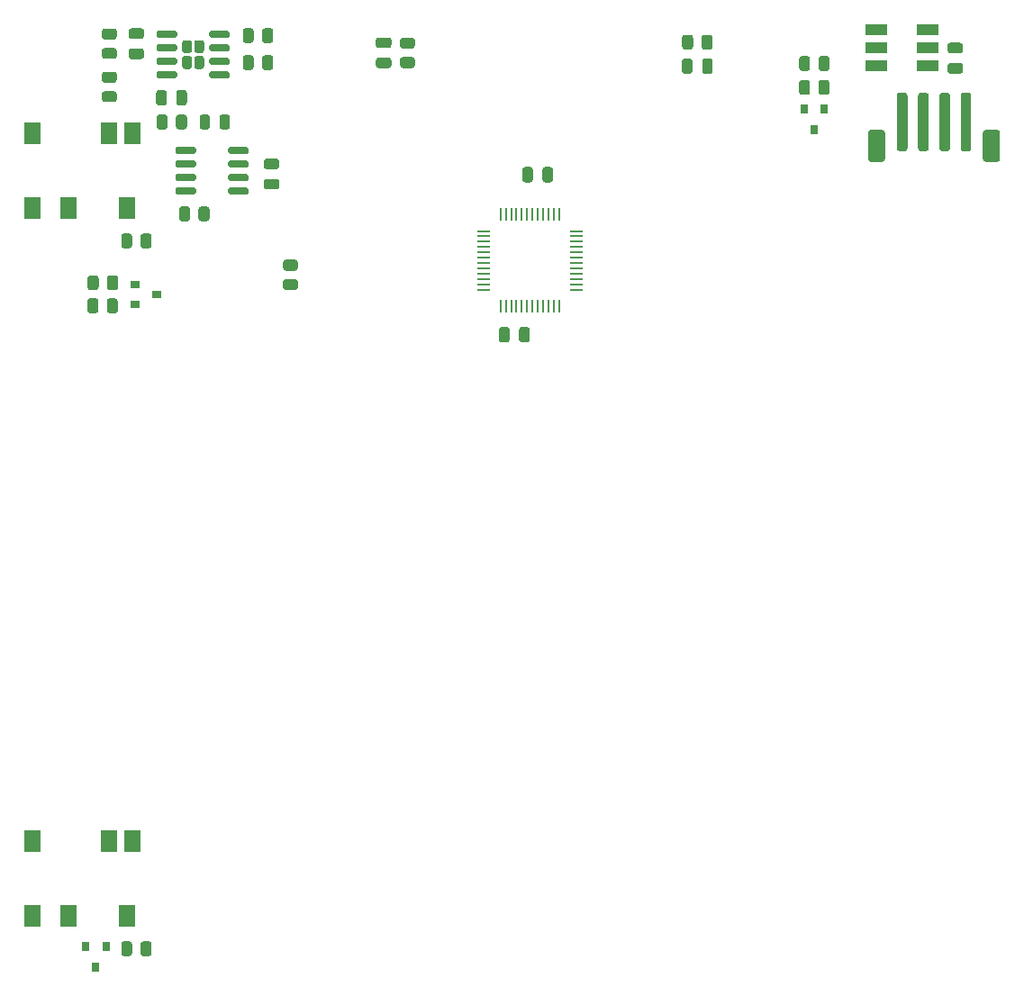
<source format=gbr>
%TF.GenerationSoftware,KiCad,Pcbnew,(5.1.9)-1*%
%TF.CreationDate,2021-05-23T18:55:03+01:00*%
%TF.ProjectId,ControlBoard,436f6e74-726f-46c4-926f-6172642e6b69,rev?*%
%TF.SameCoordinates,Original*%
%TF.FileFunction,Paste,Top*%
%TF.FilePolarity,Positive*%
%FSLAX46Y46*%
G04 Gerber Fmt 4.6, Leading zero omitted, Abs format (unit mm)*
G04 Created by KiCad (PCBNEW (5.1.9)-1) date 2021-05-23 18:55:03*
%MOMM*%
%LPD*%
G01*
G04 APERTURE LIST*
%ADD10R,0.250000X1.300000*%
%ADD11R,1.300000X0.250000*%
%ADD12R,2.000000X1.100000*%
%ADD13R,1.500000X2.000000*%
%ADD14R,0.800000X0.900000*%
%ADD15R,0.900000X0.800000*%
G04 APERTURE END LIST*
%TO.C,C5*%
G36*
G01*
X110475000Y-25550000D02*
X109525000Y-25550000D01*
G75*
G02*
X109275000Y-25300000I0J250000D01*
G01*
X109275000Y-24800000D01*
G75*
G02*
X109525000Y-24550000I250000J0D01*
G01*
X110475000Y-24550000D01*
G75*
G02*
X110725000Y-24800000I0J-250000D01*
G01*
X110725000Y-25300000D01*
G75*
G02*
X110475000Y-25550000I-250000J0D01*
G01*
G37*
G36*
G01*
X110475000Y-27450000D02*
X109525000Y-27450000D01*
G75*
G02*
X109275000Y-27200000I0J250000D01*
G01*
X109275000Y-26700000D01*
G75*
G02*
X109525000Y-26450000I250000J0D01*
G01*
X110475000Y-26450000D01*
G75*
G02*
X110725000Y-26700000I0J-250000D01*
G01*
X110725000Y-27200000D01*
G75*
G02*
X110475000Y-27450000I-250000J0D01*
G01*
G37*
%TD*%
%TO.C,J4*%
G36*
G01*
X103400000Y-33000000D02*
X103400000Y-35500000D01*
G75*
G02*
X103150000Y-35750000I-250000J0D01*
G01*
X102050000Y-35750000D01*
G75*
G02*
X101800000Y-35500000I0J250000D01*
G01*
X101800000Y-33000000D01*
G75*
G02*
X102050000Y-32750000I250000J0D01*
G01*
X103150000Y-32750000D01*
G75*
G02*
X103400000Y-33000000I0J-250000D01*
G01*
G37*
G36*
G01*
X114200000Y-33000000D02*
X114200000Y-35500000D01*
G75*
G02*
X113950000Y-35750000I-250000J0D01*
G01*
X112850000Y-35750000D01*
G75*
G02*
X112600000Y-35500000I0J250000D01*
G01*
X112600000Y-33000000D01*
G75*
G02*
X112850000Y-32750000I250000J0D01*
G01*
X113950000Y-32750000D01*
G75*
G02*
X114200000Y-33000000I0J-250000D01*
G01*
G37*
G36*
G01*
X105500000Y-29500000D02*
X105500000Y-34500000D01*
G75*
G02*
X105250000Y-34750000I-250000J0D01*
G01*
X104750000Y-34750000D01*
G75*
G02*
X104500000Y-34500000I0J250000D01*
G01*
X104500000Y-29500000D01*
G75*
G02*
X104750000Y-29250000I250000J0D01*
G01*
X105250000Y-29250000D01*
G75*
G02*
X105500000Y-29500000I0J-250000D01*
G01*
G37*
G36*
G01*
X107500000Y-29500000D02*
X107500000Y-34500000D01*
G75*
G02*
X107250000Y-34750000I-250000J0D01*
G01*
X106750000Y-34750000D01*
G75*
G02*
X106500000Y-34500000I0J250000D01*
G01*
X106500000Y-29500000D01*
G75*
G02*
X106750000Y-29250000I250000J0D01*
G01*
X107250000Y-29250000D01*
G75*
G02*
X107500000Y-29500000I0J-250000D01*
G01*
G37*
G36*
G01*
X109500000Y-29500000D02*
X109500000Y-34500000D01*
G75*
G02*
X109250000Y-34750000I-250000J0D01*
G01*
X108750000Y-34750000D01*
G75*
G02*
X108500000Y-34500000I0J250000D01*
G01*
X108500000Y-29500000D01*
G75*
G02*
X108750000Y-29250000I250000J0D01*
G01*
X109250000Y-29250000D01*
G75*
G02*
X109500000Y-29500000I0J-250000D01*
G01*
G37*
G36*
G01*
X111500000Y-29500000D02*
X111500000Y-34500000D01*
G75*
G02*
X111250000Y-34750000I-250000J0D01*
G01*
X110750000Y-34750000D01*
G75*
G02*
X110500000Y-34500000I0J250000D01*
G01*
X110500000Y-29500000D01*
G75*
G02*
X110750000Y-29250000I250000J0D01*
G01*
X111250000Y-29250000D01*
G75*
G02*
X111500000Y-29500000I0J-250000D01*
G01*
G37*
%TD*%
D10*
%TO.C,U2*%
X72750000Y-40650000D03*
X72250000Y-40650000D03*
X71750000Y-40650000D03*
X71250000Y-40650000D03*
X70750000Y-40650000D03*
X70250000Y-40650000D03*
X69750000Y-40650000D03*
X69250000Y-40650000D03*
X68750000Y-40650000D03*
X68250000Y-40650000D03*
X67750000Y-40650000D03*
X67250000Y-40650000D03*
D11*
X65650000Y-42250000D03*
X65650000Y-42750000D03*
X65650000Y-43250000D03*
X65650000Y-43750000D03*
X65650000Y-44250000D03*
X65650000Y-44750000D03*
X65650000Y-45250000D03*
X65650000Y-45750000D03*
X65650000Y-46250000D03*
X65650000Y-46750000D03*
X65650000Y-47250000D03*
X65650000Y-47750000D03*
D10*
X67250000Y-49350000D03*
X67750000Y-49350000D03*
X68250000Y-49350000D03*
X68750000Y-49350000D03*
X69250000Y-49350000D03*
X69750000Y-49350000D03*
X70250000Y-49350000D03*
X70750000Y-49350000D03*
X71250000Y-49350000D03*
X71750000Y-49350000D03*
X72250000Y-49350000D03*
X72750000Y-49350000D03*
D11*
X74350000Y-47750000D03*
X74350000Y-47250000D03*
X74350000Y-46750000D03*
X74350000Y-46250000D03*
X74350000Y-45750000D03*
X74350000Y-45250000D03*
X74350000Y-44750000D03*
X74350000Y-44250000D03*
X74350000Y-43750000D03*
X74350000Y-43250000D03*
X74350000Y-42750000D03*
X74350000Y-42250000D03*
%TD*%
D12*
%TO.C,D1*%
X107400000Y-23300000D03*
X107400000Y-25000000D03*
X107400000Y-26700000D03*
X102600000Y-26700000D03*
X102600000Y-25000000D03*
X102600000Y-23300000D03*
%TD*%
%TO.C,C3*%
G36*
G01*
X67100000Y-52475000D02*
X67100000Y-51525000D01*
G75*
G02*
X67350000Y-51275000I250000J0D01*
G01*
X67850000Y-51275000D01*
G75*
G02*
X68100000Y-51525000I0J-250000D01*
G01*
X68100000Y-52475000D01*
G75*
G02*
X67850000Y-52725000I-250000J0D01*
G01*
X67350000Y-52725000D01*
G75*
G02*
X67100000Y-52475000I0J250000D01*
G01*
G37*
G36*
G01*
X69000000Y-52475000D02*
X69000000Y-51525000D01*
G75*
G02*
X69250000Y-51275000I250000J0D01*
G01*
X69750000Y-51275000D01*
G75*
G02*
X70000000Y-51525000I0J-250000D01*
G01*
X70000000Y-52475000D01*
G75*
G02*
X69750000Y-52725000I-250000J0D01*
G01*
X69250000Y-52725000D01*
G75*
G02*
X69000000Y-52475000I0J250000D01*
G01*
G37*
%TD*%
%TO.C,C4*%
G36*
G01*
X71189000Y-37432000D02*
X71189000Y-36482000D01*
G75*
G02*
X71439000Y-36232000I250000J0D01*
G01*
X71939000Y-36232000D01*
G75*
G02*
X72189000Y-36482000I0J-250000D01*
G01*
X72189000Y-37432000D01*
G75*
G02*
X71939000Y-37682000I-250000J0D01*
G01*
X71439000Y-37682000D01*
G75*
G02*
X71189000Y-37432000I0J250000D01*
G01*
G37*
G36*
G01*
X69289000Y-37432000D02*
X69289000Y-36482000D01*
G75*
G02*
X69539000Y-36232000I250000J0D01*
G01*
X70039000Y-36232000D01*
G75*
G02*
X70289000Y-36482000I0J-250000D01*
G01*
X70289000Y-37432000D01*
G75*
G02*
X70039000Y-37682000I-250000J0D01*
G01*
X69539000Y-37682000D01*
G75*
G02*
X69289000Y-37432000I0J250000D01*
G01*
G37*
%TD*%
%TO.C,C1*%
G36*
G01*
X45245000Y-37346000D02*
X46195000Y-37346000D01*
G75*
G02*
X46445000Y-37596000I0J-250000D01*
G01*
X46445000Y-38096000D01*
G75*
G02*
X46195000Y-38346000I-250000J0D01*
G01*
X45245000Y-38346000D01*
G75*
G02*
X44995000Y-38096000I0J250000D01*
G01*
X44995000Y-37596000D01*
G75*
G02*
X45245000Y-37346000I250000J0D01*
G01*
G37*
G36*
G01*
X45245000Y-35446000D02*
X46195000Y-35446000D01*
G75*
G02*
X46445000Y-35696000I0J-250000D01*
G01*
X46445000Y-36196000D01*
G75*
G02*
X46195000Y-36446000I-250000J0D01*
G01*
X45245000Y-36446000D01*
G75*
G02*
X44995000Y-36196000I0J250000D01*
G01*
X44995000Y-35696000D01*
G75*
G02*
X45245000Y-35446000I250000J0D01*
G01*
G37*
%TD*%
%TO.C,C6*%
G36*
G01*
X55786000Y-24050000D02*
X56736000Y-24050000D01*
G75*
G02*
X56986000Y-24300000I0J-250000D01*
G01*
X56986000Y-24800000D01*
G75*
G02*
X56736000Y-25050000I-250000J0D01*
G01*
X55786000Y-25050000D01*
G75*
G02*
X55536000Y-24800000I0J250000D01*
G01*
X55536000Y-24300000D01*
G75*
G02*
X55786000Y-24050000I250000J0D01*
G01*
G37*
G36*
G01*
X55786000Y-25950000D02*
X56736000Y-25950000D01*
G75*
G02*
X56986000Y-26200000I0J-250000D01*
G01*
X56986000Y-26700000D01*
G75*
G02*
X56736000Y-26950000I-250000J0D01*
G01*
X55786000Y-26950000D01*
G75*
G02*
X55536000Y-26700000I0J250000D01*
G01*
X55536000Y-26200000D01*
G75*
G02*
X55786000Y-25950000I250000J0D01*
G01*
G37*
%TD*%
%TO.C,R1*%
G36*
G01*
X33420000Y-110178001D02*
X33420000Y-109277999D01*
G75*
G02*
X33669999Y-109028000I249999J0D01*
G01*
X34195001Y-109028000D01*
G75*
G02*
X34445000Y-109277999I0J-249999D01*
G01*
X34445000Y-110178001D01*
G75*
G02*
X34195001Y-110428000I-249999J0D01*
G01*
X33669999Y-110428000D01*
G75*
G02*
X33420000Y-110178001I0J249999D01*
G01*
G37*
G36*
G01*
X31595000Y-110178001D02*
X31595000Y-109277999D01*
G75*
G02*
X31844999Y-109028000I249999J0D01*
G01*
X32370001Y-109028000D01*
G75*
G02*
X32620000Y-109277999I0J-249999D01*
G01*
X32620000Y-110178001D01*
G75*
G02*
X32370001Y-110428000I-249999J0D01*
G01*
X31844999Y-110428000D01*
G75*
G02*
X31595000Y-110178001I0J249999D01*
G01*
G37*
%TD*%
%TO.C,R2*%
G36*
G01*
X38857500Y-41090001D02*
X38857500Y-40189999D01*
G75*
G02*
X39107499Y-39940000I249999J0D01*
G01*
X39632501Y-39940000D01*
G75*
G02*
X39882500Y-40189999I0J-249999D01*
G01*
X39882500Y-41090001D01*
G75*
G02*
X39632501Y-41340000I-249999J0D01*
G01*
X39107499Y-41340000D01*
G75*
G02*
X38857500Y-41090001I0J249999D01*
G01*
G37*
G36*
G01*
X37032500Y-41090001D02*
X37032500Y-40189999D01*
G75*
G02*
X37282499Y-39940000I249999J0D01*
G01*
X37807501Y-39940000D01*
G75*
G02*
X38057500Y-40189999I0J-249999D01*
G01*
X38057500Y-41090001D01*
G75*
G02*
X37807501Y-41340000I-249999J0D01*
G01*
X37282499Y-41340000D01*
G75*
G02*
X37032500Y-41090001I0J249999D01*
G01*
G37*
%TD*%
D13*
%TO.C,J1*%
X32150000Y-106624000D03*
X26650000Y-106624000D03*
X23250000Y-106624000D03*
X32650000Y-99624000D03*
X30450000Y-99624000D03*
X23250000Y-99624000D03*
%TD*%
%TO.C,R3*%
G36*
G01*
X31595000Y-43630001D02*
X31595000Y-42729999D01*
G75*
G02*
X31844999Y-42480000I249999J0D01*
G01*
X32370001Y-42480000D01*
G75*
G02*
X32620000Y-42729999I0J-249999D01*
G01*
X32620000Y-43630001D01*
G75*
G02*
X32370001Y-43880000I-249999J0D01*
G01*
X31844999Y-43880000D01*
G75*
G02*
X31595000Y-43630001I0J249999D01*
G01*
G37*
G36*
G01*
X33420000Y-43630001D02*
X33420000Y-42729999D01*
G75*
G02*
X33669999Y-42480000I249999J0D01*
G01*
X34195001Y-42480000D01*
G75*
G02*
X34445000Y-42729999I0J-249999D01*
G01*
X34445000Y-43630001D01*
G75*
G02*
X34195001Y-43880000I-249999J0D01*
G01*
X33669999Y-43880000D01*
G75*
G02*
X33420000Y-43630001I0J249999D01*
G01*
G37*
%TD*%
%TO.C,R4*%
G36*
G01*
X58950001Y-26925000D02*
X58049999Y-26925000D01*
G75*
G02*
X57800000Y-26675001I0J249999D01*
G01*
X57800000Y-26149999D01*
G75*
G02*
X58049999Y-25900000I249999J0D01*
G01*
X58950001Y-25900000D01*
G75*
G02*
X59200000Y-26149999I0J-249999D01*
G01*
X59200000Y-26675001D01*
G75*
G02*
X58950001Y-26925000I-249999J0D01*
G01*
G37*
G36*
G01*
X58950001Y-25100000D02*
X58049999Y-25100000D01*
G75*
G02*
X57800000Y-24850001I0J249999D01*
G01*
X57800000Y-24324999D01*
G75*
G02*
X58049999Y-24075000I249999J0D01*
G01*
X58950001Y-24075000D01*
G75*
G02*
X59200000Y-24324999I0J-249999D01*
G01*
X59200000Y-24850001D01*
G75*
G02*
X58950001Y-25100000I-249999J0D01*
G01*
G37*
%TD*%
D14*
%TO.C,Q1*%
X97700000Y-30750000D03*
X95800000Y-30750000D03*
X96750000Y-32750000D03*
%TD*%
%TO.C,C7*%
G36*
G01*
X87200000Y-26275000D02*
X87200000Y-27225000D01*
G75*
G02*
X86950000Y-27475000I-250000J0D01*
G01*
X86450000Y-27475000D01*
G75*
G02*
X86200000Y-27225000I0J250000D01*
G01*
X86200000Y-26275000D01*
G75*
G02*
X86450000Y-26025000I250000J0D01*
G01*
X86950000Y-26025000D01*
G75*
G02*
X87200000Y-26275000I0J-250000D01*
G01*
G37*
G36*
G01*
X85300000Y-26275000D02*
X85300000Y-27225000D01*
G75*
G02*
X85050000Y-27475000I-250000J0D01*
G01*
X84550000Y-27475000D01*
G75*
G02*
X84300000Y-27225000I0J250000D01*
G01*
X84300000Y-26275000D01*
G75*
G02*
X84550000Y-26025000I250000J0D01*
G01*
X85050000Y-26025000D01*
G75*
G02*
X85300000Y-26275000I0J-250000D01*
G01*
G37*
%TD*%
D13*
%TO.C,J2*%
X23240000Y-33076000D03*
X30440000Y-33076000D03*
X32640000Y-33076000D03*
X23240000Y-40076000D03*
X26640000Y-40076000D03*
X32140000Y-40076000D03*
%TD*%
D14*
%TO.C,D3*%
X30160000Y-109490000D03*
X28260000Y-109490000D03*
X29210000Y-111490000D03*
%TD*%
%TO.C,R10*%
G36*
G01*
X30930001Y-28302000D02*
X30029999Y-28302000D01*
G75*
G02*
X29780000Y-28052001I0J249999D01*
G01*
X29780000Y-27526999D01*
G75*
G02*
X30029999Y-27277000I249999J0D01*
G01*
X30930001Y-27277000D01*
G75*
G02*
X31180000Y-27526999I0J-249999D01*
G01*
X31180000Y-28052001D01*
G75*
G02*
X30930001Y-28302000I-249999J0D01*
G01*
G37*
G36*
G01*
X30930001Y-30127000D02*
X30029999Y-30127000D01*
G75*
G02*
X29780000Y-29877001I0J249999D01*
G01*
X29780000Y-29351999D01*
G75*
G02*
X30029999Y-29102000I249999J0D01*
G01*
X30930001Y-29102000D01*
G75*
G02*
X31180000Y-29351999I0J-249999D01*
G01*
X31180000Y-29877001D01*
G75*
G02*
X30930001Y-30127000I-249999J0D01*
G01*
G37*
%TD*%
%TO.C,U1*%
G36*
G01*
X43582000Y-38331000D02*
X43582000Y-38631000D01*
G75*
G02*
X43432000Y-38781000I-150000J0D01*
G01*
X41782000Y-38781000D01*
G75*
G02*
X41632000Y-38631000I0J150000D01*
G01*
X41632000Y-38331000D01*
G75*
G02*
X41782000Y-38181000I150000J0D01*
G01*
X43432000Y-38181000D01*
G75*
G02*
X43582000Y-38331000I0J-150000D01*
G01*
G37*
G36*
G01*
X43582000Y-37061000D02*
X43582000Y-37361000D01*
G75*
G02*
X43432000Y-37511000I-150000J0D01*
G01*
X41782000Y-37511000D01*
G75*
G02*
X41632000Y-37361000I0J150000D01*
G01*
X41632000Y-37061000D01*
G75*
G02*
X41782000Y-36911000I150000J0D01*
G01*
X43432000Y-36911000D01*
G75*
G02*
X43582000Y-37061000I0J-150000D01*
G01*
G37*
G36*
G01*
X43582000Y-35791000D02*
X43582000Y-36091000D01*
G75*
G02*
X43432000Y-36241000I-150000J0D01*
G01*
X41782000Y-36241000D01*
G75*
G02*
X41632000Y-36091000I0J150000D01*
G01*
X41632000Y-35791000D01*
G75*
G02*
X41782000Y-35641000I150000J0D01*
G01*
X43432000Y-35641000D01*
G75*
G02*
X43582000Y-35791000I0J-150000D01*
G01*
G37*
G36*
G01*
X43582000Y-34521000D02*
X43582000Y-34821000D01*
G75*
G02*
X43432000Y-34971000I-150000J0D01*
G01*
X41782000Y-34971000D01*
G75*
G02*
X41632000Y-34821000I0J150000D01*
G01*
X41632000Y-34521000D01*
G75*
G02*
X41782000Y-34371000I150000J0D01*
G01*
X43432000Y-34371000D01*
G75*
G02*
X43582000Y-34521000I0J-150000D01*
G01*
G37*
G36*
G01*
X38632000Y-34521000D02*
X38632000Y-34821000D01*
G75*
G02*
X38482000Y-34971000I-150000J0D01*
G01*
X36832000Y-34971000D01*
G75*
G02*
X36682000Y-34821000I0J150000D01*
G01*
X36682000Y-34521000D01*
G75*
G02*
X36832000Y-34371000I150000J0D01*
G01*
X38482000Y-34371000D01*
G75*
G02*
X38632000Y-34521000I0J-150000D01*
G01*
G37*
G36*
G01*
X38632000Y-35791000D02*
X38632000Y-36091000D01*
G75*
G02*
X38482000Y-36241000I-150000J0D01*
G01*
X36832000Y-36241000D01*
G75*
G02*
X36682000Y-36091000I0J150000D01*
G01*
X36682000Y-35791000D01*
G75*
G02*
X36832000Y-35641000I150000J0D01*
G01*
X38482000Y-35641000D01*
G75*
G02*
X38632000Y-35791000I0J-150000D01*
G01*
G37*
G36*
G01*
X38632000Y-37061000D02*
X38632000Y-37361000D01*
G75*
G02*
X38482000Y-37511000I-150000J0D01*
G01*
X36832000Y-37511000D01*
G75*
G02*
X36682000Y-37361000I0J150000D01*
G01*
X36682000Y-37061000D01*
G75*
G02*
X36832000Y-36911000I150000J0D01*
G01*
X38482000Y-36911000D01*
G75*
G02*
X38632000Y-37061000I0J-150000D01*
G01*
G37*
G36*
G01*
X38632000Y-38331000D02*
X38632000Y-38631000D01*
G75*
G02*
X38482000Y-38781000I-150000J0D01*
G01*
X36832000Y-38781000D01*
G75*
G02*
X36682000Y-38631000I0J150000D01*
G01*
X36682000Y-38331000D01*
G75*
G02*
X36832000Y-38181000I150000J0D01*
G01*
X38482000Y-38181000D01*
G75*
G02*
X38632000Y-38331000I0J-150000D01*
G01*
G37*
%TD*%
%TO.C,R6*%
G36*
G01*
X47049999Y-46778500D02*
X47950001Y-46778500D01*
G75*
G02*
X48200000Y-47028499I0J-249999D01*
G01*
X48200000Y-47553501D01*
G75*
G02*
X47950001Y-47803500I-249999J0D01*
G01*
X47049999Y-47803500D01*
G75*
G02*
X46800000Y-47553501I0J249999D01*
G01*
X46800000Y-47028499D01*
G75*
G02*
X47049999Y-46778500I249999J0D01*
G01*
G37*
G36*
G01*
X47049999Y-44953500D02*
X47950001Y-44953500D01*
G75*
G02*
X48200000Y-45203499I0J-249999D01*
G01*
X48200000Y-45728501D01*
G75*
G02*
X47950001Y-45978500I-249999J0D01*
G01*
X47049999Y-45978500D01*
G75*
G02*
X46800000Y-45728501I0J249999D01*
G01*
X46800000Y-45203499D01*
G75*
G02*
X47049999Y-44953500I249999J0D01*
G01*
G37*
%TD*%
%TO.C,R5*%
G36*
G01*
X85350000Y-24049999D02*
X85350000Y-24950001D01*
G75*
G02*
X85100001Y-25200000I-249999J0D01*
G01*
X84574999Y-25200000D01*
G75*
G02*
X84325000Y-24950001I0J249999D01*
G01*
X84325000Y-24049999D01*
G75*
G02*
X84574999Y-23800000I249999J0D01*
G01*
X85100001Y-23800000D01*
G75*
G02*
X85350000Y-24049999I0J-249999D01*
G01*
G37*
G36*
G01*
X87175000Y-24049999D02*
X87175000Y-24950001D01*
G75*
G02*
X86925001Y-25200000I-249999J0D01*
G01*
X86399999Y-25200000D01*
G75*
G02*
X86150000Y-24950001I0J249999D01*
G01*
X86150000Y-24049999D01*
G75*
G02*
X86399999Y-23800000I249999J0D01*
G01*
X86925001Y-23800000D01*
G75*
G02*
X87175000Y-24049999I0J-249999D01*
G01*
G37*
%TD*%
%TO.C,R7*%
G36*
G01*
X98175000Y-28299999D02*
X98175000Y-29200001D01*
G75*
G02*
X97925001Y-29450000I-249999J0D01*
G01*
X97399999Y-29450000D01*
G75*
G02*
X97150000Y-29200001I0J249999D01*
G01*
X97150000Y-28299999D01*
G75*
G02*
X97399999Y-28050000I249999J0D01*
G01*
X97925001Y-28050000D01*
G75*
G02*
X98175000Y-28299999I0J-249999D01*
G01*
G37*
G36*
G01*
X96350000Y-28299999D02*
X96350000Y-29200001D01*
G75*
G02*
X96100001Y-29450000I-249999J0D01*
G01*
X95574999Y-29450000D01*
G75*
G02*
X95325000Y-29200001I0J249999D01*
G01*
X95325000Y-28299999D01*
G75*
G02*
X95574999Y-28050000I249999J0D01*
G01*
X96100001Y-28050000D01*
G75*
G02*
X96350000Y-28299999I0J-249999D01*
G01*
G37*
%TD*%
%TO.C,R8*%
G36*
G01*
X96350000Y-26049999D02*
X96350000Y-26950001D01*
G75*
G02*
X96100001Y-27200000I-249999J0D01*
G01*
X95574999Y-27200000D01*
G75*
G02*
X95325000Y-26950001I0J249999D01*
G01*
X95325000Y-26049999D01*
G75*
G02*
X95574999Y-25800000I249999J0D01*
G01*
X96100001Y-25800000D01*
G75*
G02*
X96350000Y-26049999I0J-249999D01*
G01*
G37*
G36*
G01*
X98175000Y-26049999D02*
X98175000Y-26950001D01*
G75*
G02*
X97925001Y-27200000I-249999J0D01*
G01*
X97399999Y-27200000D01*
G75*
G02*
X97150000Y-26950001I0J249999D01*
G01*
X97150000Y-26049999D01*
G75*
G02*
X97399999Y-25800000I249999J0D01*
G01*
X97925001Y-25800000D01*
G75*
G02*
X98175000Y-26049999I0J-249999D01*
G01*
G37*
%TD*%
%TO.C,C8*%
G36*
G01*
X33495000Y-26088000D02*
X32545000Y-26088000D01*
G75*
G02*
X32295000Y-25838000I0J250000D01*
G01*
X32295000Y-25338000D01*
G75*
G02*
X32545000Y-25088000I250000J0D01*
G01*
X33495000Y-25088000D01*
G75*
G02*
X33745000Y-25338000I0J-250000D01*
G01*
X33745000Y-25838000D01*
G75*
G02*
X33495000Y-26088000I-250000J0D01*
G01*
G37*
G36*
G01*
X33495000Y-24188000D02*
X32545000Y-24188000D01*
G75*
G02*
X32295000Y-23938000I0J250000D01*
G01*
X32295000Y-23438000D01*
G75*
G02*
X32545000Y-23188000I250000J0D01*
G01*
X33495000Y-23188000D01*
G75*
G02*
X33745000Y-23438000I0J-250000D01*
G01*
X33745000Y-23938000D01*
G75*
G02*
X33495000Y-24188000I-250000J0D01*
G01*
G37*
%TD*%
%TO.C,D2*%
G36*
G01*
X38961000Y-32460250D02*
X38961000Y-31547750D01*
G75*
G02*
X39204750Y-31304000I243750J0D01*
G01*
X39692250Y-31304000D01*
G75*
G02*
X39936000Y-31547750I0J-243750D01*
G01*
X39936000Y-32460250D01*
G75*
G02*
X39692250Y-32704000I-243750J0D01*
G01*
X39204750Y-32704000D01*
G75*
G02*
X38961000Y-32460250I0J243750D01*
G01*
G37*
G36*
G01*
X40836000Y-32460250D02*
X40836000Y-31547750D01*
G75*
G02*
X41079750Y-31304000I243750J0D01*
G01*
X41567250Y-31304000D01*
G75*
G02*
X41811000Y-31547750I0J-243750D01*
G01*
X41811000Y-32460250D01*
G75*
G02*
X41567250Y-32704000I-243750J0D01*
G01*
X41079750Y-32704000D01*
G75*
G02*
X40836000Y-32460250I0J243750D01*
G01*
G37*
%TD*%
%TO.C,R9*%
G36*
G01*
X34920500Y-32454001D02*
X34920500Y-31553999D01*
G75*
G02*
X35170499Y-31304000I249999J0D01*
G01*
X35695501Y-31304000D01*
G75*
G02*
X35945500Y-31553999I0J-249999D01*
G01*
X35945500Y-32454001D01*
G75*
G02*
X35695501Y-32704000I-249999J0D01*
G01*
X35170499Y-32704000D01*
G75*
G02*
X34920500Y-32454001I0J249999D01*
G01*
G37*
G36*
G01*
X36745500Y-32454001D02*
X36745500Y-31553999D01*
G75*
G02*
X36995499Y-31304000I249999J0D01*
G01*
X37520501Y-31304000D01*
G75*
G02*
X37770500Y-31553999I0J-249999D01*
G01*
X37770500Y-32454001D01*
G75*
G02*
X37520501Y-32704000I-249999J0D01*
G01*
X36995499Y-32704000D01*
G75*
G02*
X36745500Y-32454001I0J249999D01*
G01*
G37*
%TD*%
%TO.C,R11*%
G36*
G01*
X30930001Y-26063000D02*
X30029999Y-26063000D01*
G75*
G02*
X29780000Y-25813001I0J249999D01*
G01*
X29780000Y-25287999D01*
G75*
G02*
X30029999Y-25038000I249999J0D01*
G01*
X30930001Y-25038000D01*
G75*
G02*
X31180000Y-25287999I0J-249999D01*
G01*
X31180000Y-25813001D01*
G75*
G02*
X30930001Y-26063000I-249999J0D01*
G01*
G37*
G36*
G01*
X30930001Y-24238000D02*
X30029999Y-24238000D01*
G75*
G02*
X29780000Y-23988001I0J249999D01*
G01*
X29780000Y-23462999D01*
G75*
G02*
X30029999Y-23213000I249999J0D01*
G01*
X30930001Y-23213000D01*
G75*
G02*
X31180000Y-23462999I0J-249999D01*
G01*
X31180000Y-23988001D01*
G75*
G02*
X30930001Y-24238000I-249999J0D01*
G01*
G37*
%TD*%
%TO.C,R12*%
G36*
G01*
X44850000Y-24326001D02*
X44850000Y-23425999D01*
G75*
G02*
X45099999Y-23176000I249999J0D01*
G01*
X45625001Y-23176000D01*
G75*
G02*
X45875000Y-23425999I0J-249999D01*
G01*
X45875000Y-24326001D01*
G75*
G02*
X45625001Y-24576000I-249999J0D01*
G01*
X45099999Y-24576000D01*
G75*
G02*
X44850000Y-24326001I0J249999D01*
G01*
G37*
G36*
G01*
X43025000Y-24326001D02*
X43025000Y-23425999D01*
G75*
G02*
X43274999Y-23176000I249999J0D01*
G01*
X43800001Y-23176000D01*
G75*
G02*
X44050000Y-23425999I0J-249999D01*
G01*
X44050000Y-24326001D01*
G75*
G02*
X43800001Y-24576000I-249999J0D01*
G01*
X43274999Y-24576000D01*
G75*
G02*
X43025000Y-24326001I0J249999D01*
G01*
G37*
%TD*%
%TO.C,R13*%
G36*
G01*
X43025000Y-26866001D02*
X43025000Y-25965999D01*
G75*
G02*
X43274999Y-25716000I249999J0D01*
G01*
X43800001Y-25716000D01*
G75*
G02*
X44050000Y-25965999I0J-249999D01*
G01*
X44050000Y-26866001D01*
G75*
G02*
X43800001Y-27116000I-249999J0D01*
G01*
X43274999Y-27116000D01*
G75*
G02*
X43025000Y-26866001I0J249999D01*
G01*
G37*
G36*
G01*
X44850000Y-26866001D02*
X44850000Y-25965999D01*
G75*
G02*
X45099999Y-25716000I249999J0D01*
G01*
X45625001Y-25716000D01*
G75*
G02*
X45875000Y-25965999I0J-249999D01*
G01*
X45875000Y-26866001D01*
G75*
G02*
X45625001Y-27116000I-249999J0D01*
G01*
X45099999Y-27116000D01*
G75*
G02*
X44850000Y-26866001I0J249999D01*
G01*
G37*
%TD*%
%TO.C,U3*%
G36*
G01*
X34904000Y-23899000D02*
X34904000Y-23599000D01*
G75*
G02*
X35054000Y-23449000I150000J0D01*
G01*
X36704000Y-23449000D01*
G75*
G02*
X36854000Y-23599000I0J-150000D01*
G01*
X36854000Y-23899000D01*
G75*
G02*
X36704000Y-24049000I-150000J0D01*
G01*
X35054000Y-24049000D01*
G75*
G02*
X34904000Y-23899000I0J150000D01*
G01*
G37*
G36*
G01*
X34904000Y-25169000D02*
X34904000Y-24869000D01*
G75*
G02*
X35054000Y-24719000I150000J0D01*
G01*
X36704000Y-24719000D01*
G75*
G02*
X36854000Y-24869000I0J-150000D01*
G01*
X36854000Y-25169000D01*
G75*
G02*
X36704000Y-25319000I-150000J0D01*
G01*
X35054000Y-25319000D01*
G75*
G02*
X34904000Y-25169000I0J150000D01*
G01*
G37*
G36*
G01*
X34904000Y-26439000D02*
X34904000Y-26139000D01*
G75*
G02*
X35054000Y-25989000I150000J0D01*
G01*
X36704000Y-25989000D01*
G75*
G02*
X36854000Y-26139000I0J-150000D01*
G01*
X36854000Y-26439000D01*
G75*
G02*
X36704000Y-26589000I-150000J0D01*
G01*
X35054000Y-26589000D01*
G75*
G02*
X34904000Y-26439000I0J150000D01*
G01*
G37*
G36*
G01*
X34904000Y-27709000D02*
X34904000Y-27409000D01*
G75*
G02*
X35054000Y-27259000I150000J0D01*
G01*
X36704000Y-27259000D01*
G75*
G02*
X36854000Y-27409000I0J-150000D01*
G01*
X36854000Y-27709000D01*
G75*
G02*
X36704000Y-27859000I-150000J0D01*
G01*
X35054000Y-27859000D01*
G75*
G02*
X34904000Y-27709000I0J150000D01*
G01*
G37*
G36*
G01*
X39854000Y-27709000D02*
X39854000Y-27409000D01*
G75*
G02*
X40004000Y-27259000I150000J0D01*
G01*
X41654000Y-27259000D01*
G75*
G02*
X41804000Y-27409000I0J-150000D01*
G01*
X41804000Y-27709000D01*
G75*
G02*
X41654000Y-27859000I-150000J0D01*
G01*
X40004000Y-27859000D01*
G75*
G02*
X39854000Y-27709000I0J150000D01*
G01*
G37*
G36*
G01*
X39854000Y-26439000D02*
X39854000Y-26139000D01*
G75*
G02*
X40004000Y-25989000I150000J0D01*
G01*
X41654000Y-25989000D01*
G75*
G02*
X41804000Y-26139000I0J-150000D01*
G01*
X41804000Y-26439000D01*
G75*
G02*
X41654000Y-26589000I-150000J0D01*
G01*
X40004000Y-26589000D01*
G75*
G02*
X39854000Y-26439000I0J150000D01*
G01*
G37*
G36*
G01*
X39854000Y-25169000D02*
X39854000Y-24869000D01*
G75*
G02*
X40004000Y-24719000I150000J0D01*
G01*
X41654000Y-24719000D01*
G75*
G02*
X41804000Y-24869000I0J-150000D01*
G01*
X41804000Y-25169000D01*
G75*
G02*
X41654000Y-25319000I-150000J0D01*
G01*
X40004000Y-25319000D01*
G75*
G02*
X39854000Y-25169000I0J150000D01*
G01*
G37*
G36*
G01*
X39854000Y-23899000D02*
X39854000Y-23599000D01*
G75*
G02*
X40004000Y-23449000I150000J0D01*
G01*
X41654000Y-23449000D01*
G75*
G02*
X41804000Y-23599000I0J-150000D01*
G01*
X41804000Y-23899000D01*
G75*
G02*
X41654000Y-24049000I-150000J0D01*
G01*
X40004000Y-24049000D01*
G75*
G02*
X39854000Y-23899000I0J150000D01*
G01*
G37*
G36*
G01*
X37324000Y-25279000D02*
X37324000Y-24529000D01*
G75*
G02*
X37554000Y-24299000I230000J0D01*
G01*
X38014000Y-24299000D01*
G75*
G02*
X38244000Y-24529000I0J-230000D01*
G01*
X38244000Y-25279000D01*
G75*
G02*
X38014000Y-25509000I-230000J0D01*
G01*
X37554000Y-25509000D01*
G75*
G02*
X37324000Y-25279000I0J230000D01*
G01*
G37*
G36*
G01*
X37324000Y-26779000D02*
X37324000Y-26029000D01*
G75*
G02*
X37554000Y-25799000I230000J0D01*
G01*
X38014000Y-25799000D01*
G75*
G02*
X38244000Y-26029000I0J-230000D01*
G01*
X38244000Y-26779000D01*
G75*
G02*
X38014000Y-27009000I-230000J0D01*
G01*
X37554000Y-27009000D01*
G75*
G02*
X37324000Y-26779000I0J230000D01*
G01*
G37*
G36*
G01*
X38464000Y-25279000D02*
X38464000Y-24529000D01*
G75*
G02*
X38694000Y-24299000I230000J0D01*
G01*
X39154000Y-24299000D01*
G75*
G02*
X39384000Y-24529000I0J-230000D01*
G01*
X39384000Y-25279000D01*
G75*
G02*
X39154000Y-25509000I-230000J0D01*
G01*
X38694000Y-25509000D01*
G75*
G02*
X38464000Y-25279000I0J230000D01*
G01*
G37*
G36*
G01*
X38464000Y-26779000D02*
X38464000Y-26029000D01*
G75*
G02*
X38694000Y-25799000I230000J0D01*
G01*
X39154000Y-25799000D01*
G75*
G02*
X39384000Y-26029000I0J-230000D01*
G01*
X39384000Y-26779000D01*
G75*
G02*
X39154000Y-27009000I-230000J0D01*
G01*
X38694000Y-27009000D01*
G75*
G02*
X38464000Y-26779000I0J230000D01*
G01*
G37*
%TD*%
D15*
%TO.C,Q2*%
X32909000Y-47246500D03*
X32909000Y-49146500D03*
X34909000Y-48196500D03*
%TD*%
%TO.C,R14*%
G36*
G01*
X29468500Y-46666999D02*
X29468500Y-47567001D01*
G75*
G02*
X29218501Y-47817000I-249999J0D01*
G01*
X28693499Y-47817000D01*
G75*
G02*
X28443500Y-47567001I0J249999D01*
G01*
X28443500Y-46666999D01*
G75*
G02*
X28693499Y-46417000I249999J0D01*
G01*
X29218501Y-46417000D01*
G75*
G02*
X29468500Y-46666999I0J-249999D01*
G01*
G37*
G36*
G01*
X31293500Y-46666999D02*
X31293500Y-47567001D01*
G75*
G02*
X31043501Y-47817000I-249999J0D01*
G01*
X30518499Y-47817000D01*
G75*
G02*
X30268500Y-47567001I0J249999D01*
G01*
X30268500Y-46666999D01*
G75*
G02*
X30518499Y-46417000I249999J0D01*
G01*
X31043501Y-46417000D01*
G75*
G02*
X31293500Y-46666999I0J-249999D01*
G01*
G37*
%TD*%
%TO.C,R15*%
G36*
G01*
X31270000Y-48825999D02*
X31270000Y-49726001D01*
G75*
G02*
X31020001Y-49976000I-249999J0D01*
G01*
X30494999Y-49976000D01*
G75*
G02*
X30245000Y-49726001I0J249999D01*
G01*
X30245000Y-48825999D01*
G75*
G02*
X30494999Y-48576000I249999J0D01*
G01*
X31020001Y-48576000D01*
G75*
G02*
X31270000Y-48825999I0J-249999D01*
G01*
G37*
G36*
G01*
X29445000Y-48825999D02*
X29445000Y-49726001D01*
G75*
G02*
X29195001Y-49976000I-249999J0D01*
G01*
X28669999Y-49976000D01*
G75*
G02*
X28420000Y-49726001I0J249999D01*
G01*
X28420000Y-48825999D01*
G75*
G02*
X28669999Y-48576000I249999J0D01*
G01*
X29195001Y-48576000D01*
G75*
G02*
X29445000Y-48825999I0J-249999D01*
G01*
G37*
%TD*%
%TO.C,C9*%
G36*
G01*
X34872000Y-30193000D02*
X34872000Y-29243000D01*
G75*
G02*
X35122000Y-28993000I250000J0D01*
G01*
X35622000Y-28993000D01*
G75*
G02*
X35872000Y-29243000I0J-250000D01*
G01*
X35872000Y-30193000D01*
G75*
G02*
X35622000Y-30443000I-250000J0D01*
G01*
X35122000Y-30443000D01*
G75*
G02*
X34872000Y-30193000I0J250000D01*
G01*
G37*
G36*
G01*
X36772000Y-30193000D02*
X36772000Y-29243000D01*
G75*
G02*
X37022000Y-28993000I250000J0D01*
G01*
X37522000Y-28993000D01*
G75*
G02*
X37772000Y-29243000I0J-250000D01*
G01*
X37772000Y-30193000D01*
G75*
G02*
X37522000Y-30443000I-250000J0D01*
G01*
X37022000Y-30443000D01*
G75*
G02*
X36772000Y-30193000I0J250000D01*
G01*
G37*
%TD*%
M02*

</source>
